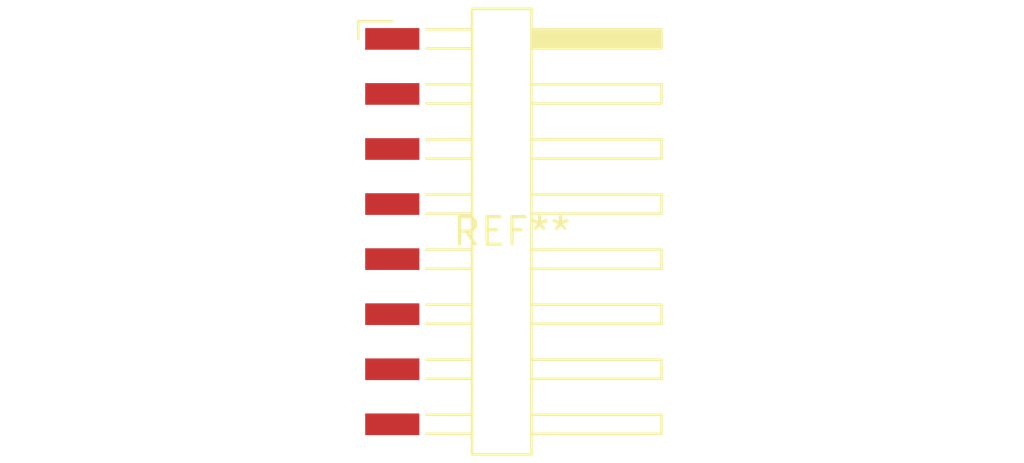
<source format=kicad_pcb>
(kicad_pcb (version 20240108) (generator pcbnew)
  (layers (0 "F.Cu" signal) (31 "B.Cu" signal) (34 "B.Paste" user) (35 "F.Paste" user) (36 "B.SilkS" user "B.Silkscreen") (37 "F.SilkS" user "F.Silkscreen") (38 "B.Mask" user) (39 "F.Mask" user) (44 "Edge.Cuts" user))
  (net 0 "")
  (footprint "Harwin_M20-89008xx_1x08_P2.54mm_Horizontal" (layer "F.Cu") (at 0 0)
    (property "Reference" "REF**")
    (property "Value" "Harwin_M20-89008xx_1x08_P2.54mm_Horizontal")
    (fp_line (start -7.095 -9.71) (end -5.525 -9.71) (layer "F.SilkS") (stroke (width 0.12)))
    (fp_line (start -7.095 -8.89) (end -7.095 -9.71) (layer "F.SilkS") (stroke (width 0.12)))
    (fp_line (start -3.955 -9.33) (end -1.845 -9.33) (layer "F.SilkS") (stroke (width 0.12)))
    (fp_line (start -3.955 -8.45) (end -1.845 -8.45) (layer "F.SilkS") (stroke (width 0.12)))
    (fp_line (start -3.955 -6.79) (end -1.845 -6.79) (layer "F.SilkS") (stroke (width 0.12)))
    (fp_line (start -3.955 -5.91) (end -1.845 -5.91) (layer "F.SilkS") (stroke (width 0.12)))
    (fp_line (start -3.955 -4.25) (end -1.845 -4.25) (layer "F.SilkS") (stroke (width 0.12)))
    (fp_line (start -3.955 -3.37) (end -1.845 -3.37) (layer "F.SilkS") (stroke (width 0.12)))
    (fp_line (start -3.955 -1.71) (end -1.845 -1.71) (layer "F.SilkS") (stroke (width 0.12)))
    (fp_line (start -3.955 -0.83) (end -1.845 -0.83) (layer "F.SilkS") (stroke (width 0.12)))
    (fp_line (start -3.955 0.83) (end -1.845 0.83) (layer "F.SilkS") (stroke (width 0.12)))
    (fp_line (start -3.955 1.71) (end -1.845 1.71) (layer "F.SilkS") (stroke (width 0.12)))
    (fp_line (start -3.955 3.37) (end -1.845 3.37) (layer "F.SilkS") (stroke (width 0.12)))
    (fp_line (start -3.955 4.25) (end -1.845 4.25) (layer "F.SilkS") (stroke (width 0.12)))
    (fp_line (start -3.955 5.91) (end -1.845 5.91) (layer "F.SilkS") (stroke (width 0.12)))
    (fp_line (start -3.955 6.79) (end -1.845 6.79) (layer "F.SilkS") (stroke (width 0.12)))
    (fp_line (start -3.955 8.45) (end -1.845 8.45) (layer "F.SilkS") (stroke (width 0.12)))
    (fp_line (start -3.955 9.33) (end -1.845 9.33) (layer "F.SilkS") (stroke (width 0.12)))
    (fp_line (start -1.845 -10.28) (end 0.895 -10.28) (layer "F.SilkS") (stroke (width 0.12)))
    (fp_line (start -1.845 10.28) (end -1.845 -10.28) (layer "F.SilkS") (stroke (width 0.12)))
    (fp_line (start 0.895 -10.28) (end 0.895 10.28) (layer "F.SilkS") (stroke (width 0.12)))
    (fp_line (start 0.895 -9.33) (end 6.895 -9.33) (layer "F.SilkS") (stroke (width 0.12)))
    (fp_line (start 0.895 -6.79) (end 6.895 -6.79) (layer "F.SilkS") (stroke (width 0.12)))
    (fp_line (start 0.895 -4.25) (end 6.895 -4.25) (layer "F.SilkS") (stroke (width 0.12)))
    (fp_line (start 0.895 -1.71) (end 6.895 -1.71) (layer "F.SilkS") (stroke (width 0.12)))
    (fp_line (start 0.895 0.83) (end 6.895 0.83) (layer "F.SilkS") (stroke (width 0.12)))
    (fp_line (start 0.895 3.37) (end 6.895 3.37) (layer "F.SilkS") (stroke (width 0.12)))
    (fp_line (start 0.895 5.91) (end 6.895 5.91) (layer "F.SilkS") (stroke (width 0.12)))
    (fp_line (start 0.895 8.45) (end 6.895 8.45) (layer "F.SilkS") (stroke (width 0.12)))
    (fp_line (start 0.895 10.28) (end -1.845 10.28) (layer "F.SilkS") (stroke (width 0.12)))
    (fp_line (start 6.895 -9.33) (end 6.895 -8.45) (layer "F.SilkS") (stroke (width 0.12)))
    (fp_line (start 6.895 -8.45) (end 0.895 -8.45) (layer "F.SilkS") (stroke (width 0.12)))
    (fp_line (start 6.895 -6.79) (end 6.895 -5.91) (layer "F.SilkS") (stroke (width 0.12)))
    (fp_line (start 6.895 -5.91) (end 0.895 -5.91) (layer "F.SilkS") (stroke (width 0.12)))
    (fp_line (start 6.895 -4.25) (end 6.895 -3.37) (layer "F.SilkS") (stroke (width 0.12)))
    (fp_line (start 6.895 -3.37) (end 0.895 -3.37) (layer "F.SilkS") (stroke (width 0.12)))
    (fp_line (start 6.895 -1.71) (end 6.895 -0.83) (layer "F.SilkS") (stroke (width 0.12)))
    (fp_line (start 6.895 -0.83) (end 0.895 -0.83) (layer "F.SilkS") (stroke (width 0.12)))
    (fp_line (start 6.895 0.83) (end 6.895 1.71) (layer "F.SilkS") (stroke (width 0.12)))
    (fp_line (start 6.895 1.71) (end 0.895 1.71) (layer "F.SilkS") (stroke (width 0.12)))
    (fp_line (start 6.895 3.37) (end 6.895 4.25) (layer "F.SilkS") (stroke (width 0.12)))
    (fp_line (start 6.895 4.25) (end 0.895 4.25) (layer "F.SilkS") (stroke (width 0.12)))
    (fp_line (start 6.895 5.91) (end 6.895 6.79) (layer "F.SilkS") (stroke (width 0.12)))
    (fp_line (start 6.895 6.79) (end 0.895 6.79) (layer "F.SilkS") (stroke (width 0.12)))
    (fp_line (start 6.895 8.45) (end 6.895 9.33) (layer "F.SilkS") (stroke (width 0.12)))
    (fp_line (start 6.895 9.33) (end 0.895 9.33) (layer "F.SilkS") (stroke (width 0.12)))
    (pad "" smd rect (at 3.895 -8.89) (size 6 0.76) (layers "F.SilkS"))
    (pad "1" smd rect (at -5.525 -8.89) (size 2.5 1) (layers "F.Cu" "F.Paste" "F.Mask"))
    (pad "2" smd rect (at -5.525 -6.35) (size 2.5 1) (layers "F.Cu" "F.Paste" "F.Mask"))
    (pad "3" smd rect (at -5.525 -3.81) (size 2.5 1) (layers "F.Cu" "F.Paste" "F.Mask"))
    (pad "4" smd rect (at -5.525 -1.27) (size 2.5 1) (layers "F.Cu" "F.Paste" "F.Mask"))
    (pad "5" smd rect (at -5.525 1.27) (size 2.5 1) (layers "F.Cu" "F.Paste" "F.Mask"))
    (pad "6" smd rect (at -5.525 3.81) (size 2.5 1) (layers "F.Cu" "F.Paste" "F.Mask"))
    (pad "7" smd rect (at -5.525 6.35) (size 2.5 1) (layers "F.Cu" "F.Paste" "F.Mask"))
    (pad "8" smd rect (at -5.525 8.89) (size 2.5 1) (layers "F.Cu" "F.Paste" "F.Mask"))
  )
)
</source>
